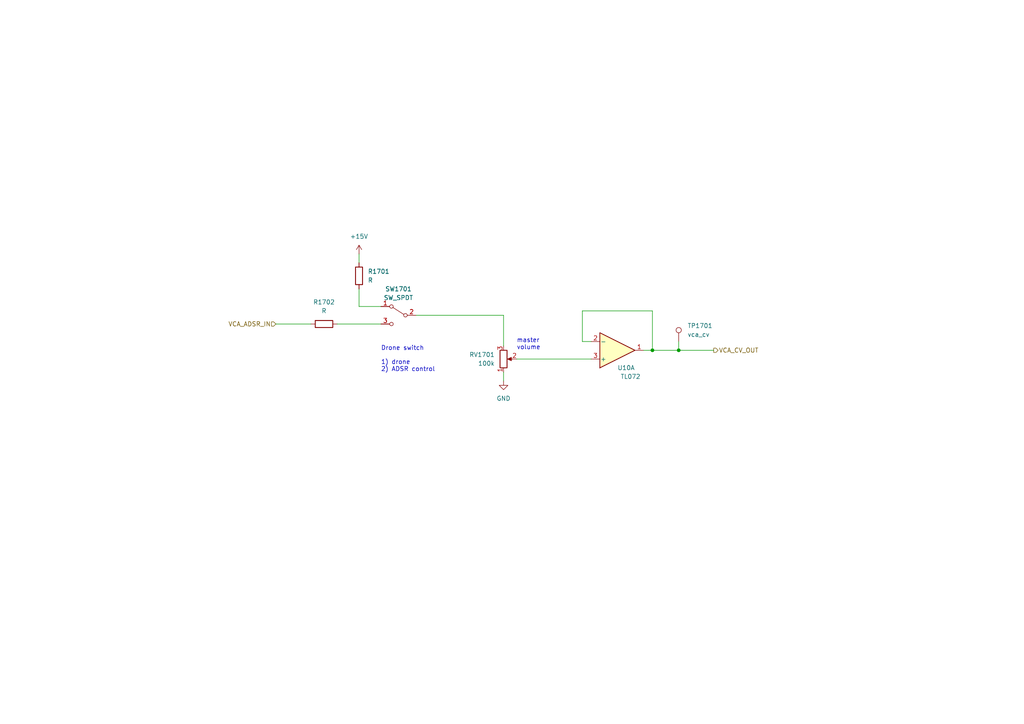
<source format=kicad_sch>
(kicad_sch (version 20211123) (generator eeschema)
  (paper "A4")
  (title_block (title "Josh Ox Ribbon Synth Ribbon board") (date "2022-06-17") (rev "0") (comment 1 "creativecommons.org/licences/by/4.0") (comment 2 "license: CC by 4.0") (comment 3 "Author: Jordan Aceto"))
  (lib_symbols
    (symbol "Amplifier_Operational:TL072" (pin_names (offset 0.127))
      (property "Reference" "U" (at 0 5.08 0))
      (property "Value" "TL072" (at 0 -5.08 0))
      (symbol "TL072_1_1"
        (polyline (pts (xy -5.08 5.08) (xy 5.08 0) (xy -5.08 -5.08) (xy -5.08 5.08)) (stroke (width 0.254)) (fill (type background)))
        (pin output line (at 7.62 0 180) (length 2.54) (name "~") (number "1"))
        (pin input line (at -7.62 -2.54 0) (length 2.54) (name "-") (number "2"))
        (pin input line (at -7.62 2.54 0) (length 2.54) (name "+") (number "3"))
      )
      (symbol "TL072_2_1"
        (polyline (pts (xy -5.08 5.08) (xy 5.08 0) (xy -5.08 -5.08) (xy -5.08 5.08)) (stroke (width 0.254)) (fill (type background)))
        (pin input line (at -7.62 2.54 0) (length 2.54) (name "+") (number "5"))
        (pin input line (at -7.62 -2.54 0) (length 2.54) (name "-") (number "6"))
        (pin output line (at 7.62 0 180) (length 2.54) (name "~") (number "7"))
      )
      (symbol "TL072_3_1"
        (pin power_in line (at -2.54 -7.62 90) (length 3.81) (name "V-") (number "4"))
        (pin power_in line (at -2.54 7.62 270) (length 3.81) (name "V+") (number "8"))
      )
    )
    (symbol "Connector:TestPoint" (pin_numbers hide) (pin_names (offset 0.762) hide)
      (property "Reference" "TP" (at 0 6.858 0))
      (property "Value" "TestPoint" (at 0 5.08 0))
      (symbol "TestPoint_0_1"
        (circle (center 0 3.302) (radius 0.762))
      )
      (symbol "TestPoint_1_1"
        (pin passive line (at 0 0 90) (length 2.54) (name "1") (number "1"))
      )
    )
    (symbol "Device:R" (pin_numbers hide) (pin_names (offset 0))
      (property "Reference" "R" (at 2.032 0 90))
      (property "Value" "R" (at 0 0 90))
      (symbol "R_0_1"
        (rectangle (start -1.016 -2.54) (end 1.016 2.54) (stroke (width 0.254)))
      )
      (symbol "R_1_1"
        (pin passive line (at 0 3.81 270) (length 1.27) (name "~") (number "1"))
        (pin passive line (at 0 -3.81 90) (length 1.27) (name "~") (number "2"))
      )
    )
    (symbol "Device:R_Potentiometer" (pin_names (offset 1.016) hide)
      (property "Reference" "RV" (at -4.445 0 90))
      (property "Value" "R_Potentiometer" (at -2.54 0 90))
      (symbol "R_Potentiometer_0_1"
        (polyline (pts (xy 2.54 0) (xy 1.524 0)))
        (polyline (pts (xy 1.143 0) (xy 2.286 0.508) (xy 2.286 -0.508) (xy 1.143 0)) (fill (type outline)))
        (rectangle (start 1.016 2.54) (end -1.016 -2.54) (stroke (width 0.254)))
      )
      (symbol "R_Potentiometer_1_1"
        (pin passive line (at 0 3.81 270) (length 1.27) (name "1") (number "1"))
        (pin passive line (at 3.81 0 180) (length 1.27) (name "2") (number "2"))
        (pin passive line (at 0 -3.81 90) (length 1.27) (name "3") (number "3"))
      )
    )
    (symbol "Switch:SW_SPDT" (pin_names (offset 0) hide)
      (property "Reference" "SW" (at 0 4.318 0))
      (property "Value" "SW_SPDT" (at 0 -5.08 0))
      (symbol "SW_SPDT_0_0"
        (circle (center -2.032 0) (radius 0.508))
        (circle (center 2.032 -2.54) (radius 0.508))
      )
      (symbol "SW_SPDT_0_1"
        (polyline (pts (xy -1.524 0.254) (xy 1.651 2.286)))
        (circle (center 2.032 2.54) (radius 0.508))
      )
      (symbol "SW_SPDT_1_1"
        (pin passive line (at 5.08 2.54 180) (length 2.54) (name "A") (number "1"))
        (pin passive line (at -5.08 0 0) (length 2.54) (name "B") (number "2"))
        (pin passive line (at 5.08 -2.54 180) (length 2.54) (name "C") (number "3"))
      )
    )
    (symbol "power:+15V" (power) (pin_names (offset 0))
      (property "Value" "+15V" (at 0 3.556 0))
      (symbol "+15V_0_1"
        (polyline (pts (xy -0.762 1.27) (xy 0 2.54)))
        (polyline (pts (xy 0 0) (xy 0 2.54)))
        (polyline (pts (xy 0 2.54) (xy 0.762 1.27)))
      )
      (symbol "+15V_1_1"
        (pin power_in line (at 0 0 90) (length 0) hide (name "+15V") (number "1"))
      )
    )
    (symbol "power:GND" (power) (pin_names (offset 0))
      (property "Value" "GND" (at 0 -3.81 0))
      (symbol "GND_0_1"
        (polyline (pts (xy 0 0) (xy 0 -1.27) (xy 1.27 -1.27) (xy 0 -2.54) (xy -1.27 -1.27) (xy 0 -1.27)))
      )
      (symbol "GND_1_1"
        (pin power_in line (at 0 0 270) (length 0) hide (name "GND") (number "1"))
      )
    )
  )
  (junction (at 189.23 101.6))
  (junction (at 196.85 101.6))
  (wire (pts (xy 80.01 93.98) (xy 90.17 93.98)))
  (wire (pts (xy 120.65 91.44) (xy 146.05 91.44)))
  (wire (pts (xy 196.85 101.6) (xy 207.01 101.6)))
  (wire (pts (xy 168.91 90.17) (xy 189.23 90.17)))
  (wire (pts (xy 189.23 101.6) (xy 196.85 101.6)))
  (wire (pts (xy 168.91 99.06) (xy 168.91 90.17)))
  (wire (pts (xy 97.79 93.98) (xy 110.49 93.98)))
  (wire (pts (xy 196.85 99.06) (xy 196.85 101.6)))
  (wire (pts (xy 104.14 73.66) (xy 104.14 76.2)))
  (wire (pts (xy 104.14 88.9) (xy 110.49 88.9)))
  (wire (pts (xy 104.14 83.82) (xy 104.14 88.9)))
  (wire (pts (xy 146.05 100.33) (xy 146.05 91.44)))
  (wire (pts (xy 149.86 104.14) (xy 171.45 104.14)))
  (wire (pts (xy 146.05 107.95) (xy 146.05 110.49)))
  (wire (pts (xy 171.45 99.06) (xy 168.91 99.06)))
  (wire (pts (xy 189.23 101.6) (xy 186.69 101.6)))
  (wire (pts (xy 189.23 90.17) (xy 189.23 101.6)))
  (text "master\nvolume" (at 149.86 101.6 0) (effects (font (size 1.27 1.27)) (justify left bottom)))
  (text "Drone switch\n\n1) drone\n2) ADSR control" (at 110.49 107.95 0) (effects (font (size 1.27 1.27)) (justify left bottom)))
  (hierarchical_label "VCA_ADSR_IN" (shape input) (at 80.01 93.98 180))
  (hierarchical_label "VCA_CV_OUT" (shape output) (at 207.01 101.6 0))
  (symbol (lib_id "Device:R") (at 104.14 80.01 0) (unit 1)
    (property "Reference" "R1701" (at 106.68 78.7399 0) (effects (justify left)))
    (property "Value" "R" (at 106.68 81.2799 0) (effects (justify left)))
    (property "Footprint" "Resistor_SMD:R_0805_2012Metric" (effects hide))
  )
  (symbol (lib_id "power:GND") (at 146.05 110.49 0) (unit 1)
    (property "Reference" "#PWR01702" (effects hide))
    (property "Value" "GND" (at 146.05 115.57 0))
  )
  (symbol (lib_id "Connector:TestPoint") (at 196.85 99.06 0) (unit 1) (in_bom no)
    (property "Reference" "TP1701" (at 199.39 94.4879 0) (effects (justify left)))
    (property "Value" "vca_cv" (at 199.39 97.0279 0) (effects (justify left)))
    (property "Footprint" "TestPoint:TestPoint_Keystone_5000-5004_Miniature" (effects hide))
  )
  (symbol (lib_id "Amplifier_Operational:TL072") (at 179.07 101.6 0) (mirror x) (unit 1)
    (property "Reference" "U10" (at 181.61 106.68 0))
    (property "Value" "TL072" (at 182.88 109.22 0))
    (property "Footprint" "Package_SO:SO-8_5.3x6.2mm_P1.27mm" (effects hide))
    (property "Datasheet" "http://www.ti.com/lit/ds/symlink/tl071.pdf" (effects hide))
  )
  (symbol (lib_id "Device:R") (at 93.98 93.98 90) (unit 1)
    (property "Reference" "R1702" (at 93.98 87.63 90))
    (property "Value" "R" (at 93.98 90.17 90))
    (property "Footprint" "Resistor_SMD:R_0805_2012Metric" (effects hide))
  )
  (symbol (lib_id "power:+15V") (at 104.14 73.66 0) (unit 1)
    (property "Reference" "#PWR01701" (effects hide))
    (property "Value" "+15V" (at 104.14 68.58 0))
  )
  (symbol (lib_id "Switch:SW_SPDT") (at 115.57 91.44 0) (mirror y) (unit 1)
    (property "Reference" "SW1701" (at 115.57 83.82 0))
    (property "Value" "SW_SPDT" (at 115.57 86.36 0))
    (property "Footprint" "custom_footprints:SPDT_mini_toggle" (effects hide))
  )
  (symbol (lib_id "Device:R_Potentiometer") (at 146.05 104.14 0) (mirror x) (unit 1)
    (property "Reference" "RV1701" (at 143.51 102.8699 0) (effects (justify right)))
    (property "Value" "100k" (at 143.51 105.4099 0) (effects (justify right)))
    (property "Footprint" "Potentiometer_THT:Potentiometer_Alpha_RD901F-40-00D_Single_Vertical" (effects hide))
  )
)
</source>
